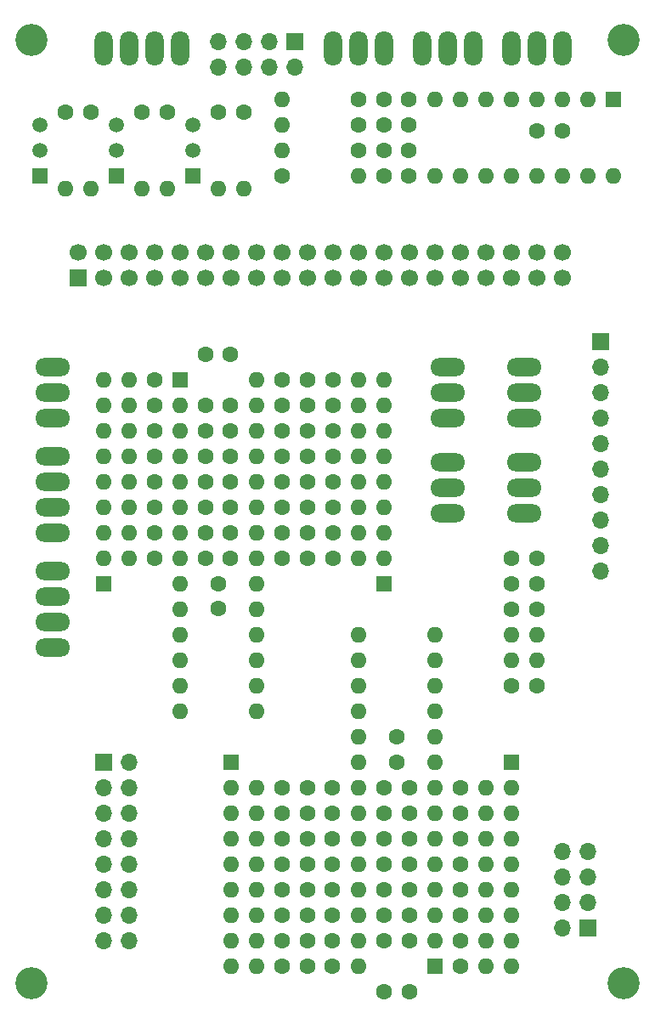
<source format=gbs>
G04 #@! TF.FileFunction,Soldermask,Bot*
%FSLAX46Y46*%
G04 Gerber Fmt 4.6, Leading zero omitted, Abs format (unit mm)*
G04 Created by KiCad (PCBNEW 4.0.6) date 11/03/19 17:03:39*
%MOMM*%
%LPD*%
G01*
G04 APERTURE LIST*
%ADD10C,0.100000*%
%ADD11C,1.600000*%
%ADD12R,1.700000X1.700000*%
%ADD13C,1.700000*%
%ADD14O,1.700000X1.700000*%
%ADD15O,1.800860X3.500120*%
%ADD16O,3.500120X1.800860*%
%ADD17C,1.520000*%
%ADD18R,1.520000X1.520000*%
%ADD19O,1.600000X1.600000*%
%ADD20R,1.600000X1.600000*%
%ADD21C,3.200000*%
G04 APERTURE END LIST*
D10*
D11*
X38100000Y-8890000D03*
X40600000Y-8890000D03*
X38100000Y-11430000D03*
X40600000Y-11430000D03*
X38100000Y-13970000D03*
X40600000Y-13970000D03*
X39370000Y-74930000D03*
X39370000Y-72430000D03*
X50800000Y-57150000D03*
X50800000Y-54650000D03*
X53340000Y-57150000D03*
X53340000Y-54650000D03*
X40640000Y-97790000D03*
X38140000Y-97790000D03*
X40640000Y-92710000D03*
X38140000Y-92710000D03*
X40640000Y-90170000D03*
X38140000Y-90170000D03*
X40640000Y-87630000D03*
X38140000Y-87630000D03*
X40640000Y-85090000D03*
X38140000Y-85090000D03*
X40640000Y-82550000D03*
X38140000Y-82550000D03*
X40640000Y-80010000D03*
X38140000Y-80010000D03*
X40640000Y-77470000D03*
X38140000Y-77470000D03*
X30480000Y-77470000D03*
X32980000Y-77470000D03*
X30480000Y-80010000D03*
X32980000Y-80010000D03*
X30480000Y-82550000D03*
X32980000Y-82550000D03*
X30480000Y-85090000D03*
X32980000Y-85090000D03*
X30480000Y-87630000D03*
X32980000Y-87630000D03*
X30480000Y-90170000D03*
X32980000Y-90170000D03*
X30480000Y-92710000D03*
X32980000Y-92710000D03*
X30480000Y-95250000D03*
X32980000Y-95250000D03*
X21590000Y-57150000D03*
X21590000Y-59650000D03*
X20320000Y-34290000D03*
X22820000Y-34290000D03*
X20320000Y-39370000D03*
X22820000Y-39370000D03*
X20320000Y-41910000D03*
X22820000Y-41910000D03*
X20320000Y-44450000D03*
X22820000Y-44450000D03*
X20320000Y-46990000D03*
X22820000Y-46990000D03*
X20320000Y-49530000D03*
X22820000Y-49530000D03*
X20320000Y-52070000D03*
X22820000Y-52070000D03*
X20320000Y-54610000D03*
X22820000Y-54610000D03*
X30480000Y-54610000D03*
X27980000Y-54610000D03*
X30480000Y-52070000D03*
X27980000Y-52070000D03*
X30480000Y-49530000D03*
X27980000Y-49530000D03*
X30480000Y-46990000D03*
X27980000Y-46990000D03*
X30480000Y-44450000D03*
X27980000Y-44450000D03*
X30480000Y-41910000D03*
X27980000Y-41910000D03*
X30480000Y-39370000D03*
X27980000Y-39370000D03*
X30480000Y-36830000D03*
X27980000Y-36830000D03*
D12*
X7620000Y-26670000D03*
D13*
X7620000Y-24130000D03*
X10160000Y-26670000D03*
X10160000Y-24130000D03*
X12700000Y-26670000D03*
X12700000Y-24130000D03*
X15240000Y-26670000D03*
X15240000Y-24130000D03*
X17780000Y-26670000D03*
X17780000Y-24130000D03*
X20320000Y-26670000D03*
X20320000Y-24130000D03*
X22860000Y-26670000D03*
X22860000Y-24130000D03*
X25400000Y-26670000D03*
X25400000Y-24130000D03*
X27940000Y-26670000D03*
X27940000Y-24130000D03*
X30480000Y-26670000D03*
X30480000Y-24130000D03*
X33020000Y-26670000D03*
X33020000Y-24130000D03*
X35560000Y-26670000D03*
X35560000Y-24130000D03*
X38100000Y-26670000D03*
X38100000Y-24130000D03*
X40640000Y-26670000D03*
X40640000Y-24130000D03*
X43180000Y-26670000D03*
X43180000Y-24130000D03*
X45720000Y-26670000D03*
X45720000Y-24130000D03*
X48260000Y-26670000D03*
X48260000Y-24130000D03*
X50800000Y-26670000D03*
X50800000Y-24130000D03*
X53340000Y-26670000D03*
X53340000Y-24130000D03*
X55880000Y-26670000D03*
X55880000Y-24130000D03*
D12*
X10160000Y-74930000D03*
D14*
X12700000Y-74930000D03*
X10160000Y-77470000D03*
X12700000Y-77470000D03*
X10160000Y-80010000D03*
X12700000Y-80010000D03*
X10160000Y-82550000D03*
X12700000Y-82550000D03*
X10160000Y-85090000D03*
X12700000Y-85090000D03*
X10160000Y-87630000D03*
X12700000Y-87630000D03*
X10160000Y-90170000D03*
X12700000Y-90170000D03*
X10160000Y-92710000D03*
X12700000Y-92710000D03*
D12*
X58420000Y-91440000D03*
D14*
X55880000Y-91440000D03*
X58420000Y-88900000D03*
X55880000Y-88900000D03*
X58420000Y-86360000D03*
X55880000Y-86360000D03*
X58420000Y-83820000D03*
X55880000Y-83820000D03*
D12*
X59690000Y-33020000D03*
D14*
X59690000Y-35560000D03*
X59690000Y-38100000D03*
X59690000Y-40640000D03*
X59690000Y-43180000D03*
X59690000Y-45720000D03*
X59690000Y-48260000D03*
X59690000Y-50800000D03*
X59690000Y-53340000D03*
X59690000Y-55880000D03*
D15*
X17780000Y-3810000D03*
X15240000Y-3810000D03*
X12700000Y-3810000D03*
X10160000Y-3810000D03*
X50800000Y-3810000D03*
X53340000Y-3810000D03*
X55880000Y-3810000D03*
X41910000Y-3810000D03*
X44450000Y-3810000D03*
X46990000Y-3810000D03*
X33020000Y-3810000D03*
X35560000Y-3810000D03*
X38100000Y-3810000D03*
D16*
X5080000Y-44450000D03*
X5080000Y-46990000D03*
X5080000Y-49530000D03*
X5080000Y-52070000D03*
X5080000Y-55880000D03*
X5080000Y-58420000D03*
X5080000Y-60960000D03*
X5080000Y-63500000D03*
X52070000Y-50165000D03*
X52070000Y-47625000D03*
X52070000Y-45085000D03*
X44450000Y-50165000D03*
X44450000Y-47625000D03*
X44450000Y-45085000D03*
X52070000Y-40640000D03*
X52070000Y-38100000D03*
X52070000Y-35560000D03*
X44450000Y-40640000D03*
X44450000Y-38100000D03*
X44450000Y-35560000D03*
X5080000Y-35560000D03*
X5080000Y-38100000D03*
X5080000Y-40640000D03*
D17*
X3810000Y-13970000D03*
X3810000Y-11430000D03*
D18*
X3810000Y-16510000D03*
D17*
X11430000Y-13970000D03*
X11430000Y-11430000D03*
D18*
X11430000Y-16510000D03*
D17*
X19050000Y-13970000D03*
X19050000Y-11430000D03*
D18*
X19050000Y-16510000D03*
D11*
X27940000Y-16510000D03*
D19*
X35560000Y-16510000D03*
D11*
X35560000Y-8890000D03*
D19*
X27940000Y-8890000D03*
D11*
X35560000Y-11430000D03*
D19*
X27940000Y-11430000D03*
D11*
X35560000Y-13970000D03*
D19*
X27940000Y-13970000D03*
D11*
X6350000Y-10160000D03*
D19*
X6350000Y-17780000D03*
D11*
X13970000Y-10160000D03*
D19*
X13970000Y-17780000D03*
D11*
X21590000Y-10160000D03*
D19*
X21590000Y-17780000D03*
D11*
X50800000Y-67310000D03*
D19*
X50800000Y-64770000D03*
D11*
X53340000Y-67310000D03*
D19*
X53340000Y-64770000D03*
D11*
X50800000Y-59690000D03*
D19*
X50800000Y-62230000D03*
D11*
X53340000Y-59690000D03*
D19*
X53340000Y-62230000D03*
D11*
X45720000Y-95250000D03*
D19*
X48260000Y-95250000D03*
D11*
X45720000Y-92710000D03*
D19*
X48260000Y-92710000D03*
D11*
X45720000Y-90170000D03*
D19*
X48260000Y-90170000D03*
D11*
X45720000Y-87630000D03*
D19*
X48260000Y-87630000D03*
D11*
X45720000Y-85090000D03*
D19*
X48260000Y-85090000D03*
D11*
X45720000Y-82550000D03*
D19*
X48260000Y-82550000D03*
D11*
X45720000Y-80010000D03*
D19*
X48260000Y-80010000D03*
D11*
X45720000Y-77470000D03*
D19*
X48260000Y-77470000D03*
D11*
X27940000Y-77470000D03*
D19*
X25400000Y-77470000D03*
D11*
X27940000Y-80010000D03*
D19*
X25400000Y-80010000D03*
D11*
X27940000Y-82550000D03*
D19*
X25400000Y-82550000D03*
D11*
X27940000Y-85090000D03*
D19*
X25400000Y-85090000D03*
D11*
X27940000Y-87630000D03*
D19*
X25400000Y-87630000D03*
D11*
X27940000Y-90170000D03*
D19*
X25400000Y-90170000D03*
D11*
X27940000Y-92710000D03*
D19*
X25400000Y-92710000D03*
D11*
X27940000Y-95250000D03*
D19*
X25400000Y-95250000D03*
D11*
X15240000Y-36830000D03*
D19*
X12700000Y-36830000D03*
D11*
X15240000Y-39370000D03*
D19*
X12700000Y-39370000D03*
D11*
X15240000Y-41910000D03*
D19*
X12700000Y-41910000D03*
D11*
X15240000Y-44450000D03*
D19*
X12700000Y-44450000D03*
D11*
X15240000Y-46990000D03*
D19*
X12700000Y-46990000D03*
D11*
X15240000Y-49530000D03*
D19*
X12700000Y-49530000D03*
D11*
X15240000Y-52070000D03*
D19*
X12700000Y-52070000D03*
D11*
X15240000Y-54610000D03*
D19*
X12700000Y-54610000D03*
D11*
X33020000Y-54610000D03*
D19*
X35560000Y-54610000D03*
D11*
X33020000Y-52070000D03*
D19*
X35560000Y-52070000D03*
D11*
X33020000Y-49530000D03*
D19*
X35560000Y-49530000D03*
D11*
X33020000Y-46990000D03*
D19*
X35560000Y-46990000D03*
D11*
X33020000Y-44450000D03*
D19*
X35560000Y-44450000D03*
D11*
X33020000Y-41910000D03*
D19*
X35560000Y-41910000D03*
D11*
X33020000Y-36830000D03*
D19*
X35560000Y-36830000D03*
D11*
X8890000Y-10160000D03*
D19*
X8890000Y-17780000D03*
D11*
X16510000Y-10160000D03*
D19*
X16510000Y-17780000D03*
D11*
X24130000Y-10160000D03*
D19*
X24130000Y-17780000D03*
D20*
X50800000Y-74930000D03*
D19*
X50800000Y-77470000D03*
X50800000Y-80010000D03*
X50800000Y-82550000D03*
X50800000Y-85090000D03*
X50800000Y-87630000D03*
X50800000Y-90170000D03*
X50800000Y-92710000D03*
X50800000Y-95250000D03*
D20*
X22860000Y-74930000D03*
D19*
X22860000Y-77470000D03*
X22860000Y-80010000D03*
X22860000Y-82550000D03*
X22860000Y-85090000D03*
X22860000Y-87630000D03*
X22860000Y-90170000D03*
X22860000Y-92710000D03*
X22860000Y-95250000D03*
D20*
X10160000Y-57150000D03*
D19*
X10160000Y-54610000D03*
X10160000Y-52070000D03*
X10160000Y-49530000D03*
X10160000Y-46990000D03*
X10160000Y-44450000D03*
X10160000Y-41910000D03*
X10160000Y-39370000D03*
X10160000Y-36830000D03*
D20*
X38100000Y-57150000D03*
D19*
X38100000Y-54610000D03*
X38100000Y-52070000D03*
X38100000Y-49530000D03*
X38100000Y-46990000D03*
X38100000Y-44450000D03*
X38100000Y-41910000D03*
X38100000Y-39370000D03*
X38100000Y-36830000D03*
D20*
X60960000Y-8890000D03*
D19*
X43180000Y-16510000D03*
X58420000Y-8890000D03*
X45720000Y-16510000D03*
X55880000Y-8890000D03*
X48260000Y-16510000D03*
X53340000Y-8890000D03*
X50800000Y-16510000D03*
X50800000Y-8890000D03*
X53340000Y-16510000D03*
X48260000Y-8890000D03*
X55880000Y-16510000D03*
X45720000Y-8890000D03*
X58420000Y-16510000D03*
X43180000Y-8890000D03*
X60960000Y-16510000D03*
D20*
X43180000Y-95250000D03*
D19*
X35560000Y-62230000D03*
X43180000Y-92710000D03*
X35560000Y-64770000D03*
X43180000Y-90170000D03*
X35560000Y-67310000D03*
X43180000Y-87630000D03*
X35560000Y-69850000D03*
X43180000Y-85090000D03*
X35560000Y-72390000D03*
X43180000Y-82550000D03*
X35560000Y-74930000D03*
X43180000Y-80010000D03*
X35560000Y-77470000D03*
X43180000Y-77470000D03*
X35560000Y-80010000D03*
X43180000Y-74930000D03*
X35560000Y-82550000D03*
X43180000Y-72390000D03*
X35560000Y-85090000D03*
X43180000Y-69850000D03*
X35560000Y-87630000D03*
X43180000Y-67310000D03*
X35560000Y-90170000D03*
X43180000Y-64770000D03*
X35560000Y-92710000D03*
X43180000Y-62230000D03*
X35560000Y-95250000D03*
D20*
X17780000Y-36830000D03*
D19*
X25400000Y-69850000D03*
X17780000Y-39370000D03*
X25400000Y-67310000D03*
X17780000Y-41910000D03*
X25400000Y-64770000D03*
X17780000Y-44450000D03*
X25400000Y-62230000D03*
X17780000Y-46990000D03*
X25400000Y-59690000D03*
X17780000Y-49530000D03*
X25400000Y-57150000D03*
X17780000Y-52070000D03*
X25400000Y-54610000D03*
X17780000Y-54610000D03*
X25400000Y-52070000D03*
X17780000Y-57150000D03*
X25400000Y-49530000D03*
X17780000Y-59690000D03*
X25400000Y-46990000D03*
X17780000Y-62230000D03*
X25400000Y-44450000D03*
X17780000Y-64770000D03*
X25400000Y-41910000D03*
X17780000Y-67310000D03*
X25400000Y-39370000D03*
X17780000Y-69850000D03*
X25400000Y-36830000D03*
D11*
X33020000Y-39370000D03*
D19*
X35560000Y-39370000D03*
D11*
X38100000Y-16510000D03*
X40600000Y-16510000D03*
X55880000Y-12065000D03*
X53380000Y-12065000D03*
D21*
X3000000Y-3000000D03*
X62000000Y-3000000D03*
X3000000Y-97000000D03*
X62000000Y-97000000D03*
D12*
X29210000Y-3175000D03*
D14*
X29210000Y-5715000D03*
X26670000Y-3175000D03*
X26670000Y-5715000D03*
X24130000Y-3175000D03*
X24130000Y-5715000D03*
X21590000Y-3175000D03*
X21590000Y-5715000D03*
M02*

</source>
